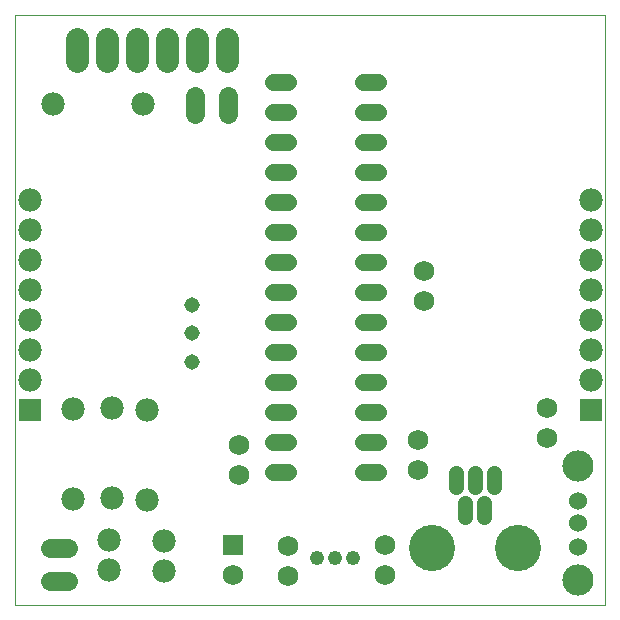
<source format=gbs>
G75*
%MOIN*%
%OFA0B0*%
%FSLAX25Y25*%
%IPPOS*%
%LPD*%
%AMOC8*
5,1,8,0,0,1.08239X$1,22.5*
%
%ADD10C,0.00000*%
%ADD11C,0.06900*%
%ADD12R,0.06900X0.06900*%
%ADD13C,0.15400*%
%ADD14C,0.05156*%
%ADD15C,0.07800*%
%ADD16C,0.07800*%
%ADD17C,0.05600*%
%ADD18C,0.05156*%
%ADD19C,0.06400*%
%ADD20C,0.06000*%
%ADD21C,0.10400*%
%ADD22C,0.04900*%
%ADD23R,0.07800X0.07800*%
D10*
X0001008Y0003937D02*
X0001008Y0200787D01*
X0197859Y0200787D01*
X0197859Y0003937D01*
X0001008Y0003937D01*
D11*
X0073843Y0014055D03*
X0092189Y0013701D03*
X0092189Y0023701D03*
X0075674Y0047205D03*
X0075674Y0057205D03*
X0124394Y0024016D03*
X0124394Y0014016D03*
X0135497Y0048858D03*
X0135497Y0058858D03*
X0178528Y0059764D03*
X0178528Y0069764D03*
X0137465Y0105276D03*
X0137465Y0115276D03*
D12*
X0073843Y0024055D03*
D13*
X0139985Y0022992D03*
X0168725Y0022992D03*
D14*
X0157504Y0033394D02*
X0157504Y0038150D01*
X0154355Y0043268D02*
X0154355Y0048024D01*
X0148056Y0048024D02*
X0148056Y0043268D01*
X0151205Y0038150D02*
X0151205Y0033394D01*
X0160654Y0043268D02*
X0160654Y0048024D01*
D15*
X0071638Y0185316D02*
X0071638Y0192716D01*
X0061638Y0192716D02*
X0061638Y0185316D01*
X0051638Y0185316D02*
X0051638Y0192716D01*
X0041638Y0192716D02*
X0041638Y0185316D01*
X0031638Y0185316D02*
X0031638Y0192716D01*
X0021638Y0192716D02*
X0021638Y0185316D01*
D16*
X0013686Y0171102D03*
X0043686Y0171102D03*
X0006008Y0138937D03*
X0006008Y0128937D03*
X0006008Y0118937D03*
X0006008Y0108937D03*
X0006008Y0098937D03*
X0006008Y0088937D03*
X0006008Y0078937D03*
X0020536Y0069370D03*
X0033410Y0069528D03*
X0045221Y0069173D03*
X0045221Y0039173D03*
X0033410Y0039528D03*
X0020536Y0039370D03*
X0032544Y0025630D03*
X0032544Y0015630D03*
X0050851Y0015394D03*
X0050851Y0025394D03*
X0193008Y0078937D03*
X0193008Y0088937D03*
X0193008Y0098937D03*
X0193008Y0108937D03*
X0193008Y0118937D03*
X0193008Y0128937D03*
X0193008Y0138937D03*
D17*
X0122230Y0138189D02*
X0117030Y0138189D01*
X0117030Y0148189D02*
X0122230Y0148189D01*
X0122230Y0158189D02*
X0117030Y0158189D01*
X0117030Y0168189D02*
X0122230Y0168189D01*
X0122230Y0178189D02*
X0117030Y0178189D01*
X0092230Y0178189D02*
X0087030Y0178189D01*
X0087030Y0168189D02*
X0092230Y0168189D01*
X0092230Y0158189D02*
X0087030Y0158189D01*
X0087030Y0148189D02*
X0092230Y0148189D01*
X0092230Y0138189D02*
X0087030Y0138189D01*
X0087030Y0128189D02*
X0092230Y0128189D01*
X0092230Y0118189D02*
X0087030Y0118189D01*
X0087030Y0108189D02*
X0092230Y0108189D01*
X0092230Y0098189D02*
X0087030Y0098189D01*
X0087030Y0088189D02*
X0092230Y0088189D01*
X0092230Y0078189D02*
X0087030Y0078189D01*
X0087030Y0068189D02*
X0092230Y0068189D01*
X0092230Y0058189D02*
X0087030Y0058189D01*
X0087030Y0048189D02*
X0092230Y0048189D01*
X0117030Y0048189D02*
X0122230Y0048189D01*
X0122230Y0058189D02*
X0117030Y0058189D01*
X0117030Y0068189D02*
X0122230Y0068189D01*
X0122230Y0078189D02*
X0117030Y0078189D01*
X0117030Y0088189D02*
X0122230Y0088189D01*
X0122230Y0098189D02*
X0117030Y0098189D01*
X0117030Y0108189D02*
X0122230Y0108189D01*
X0122230Y0118189D02*
X0117030Y0118189D01*
X0117030Y0128189D02*
X0122230Y0128189D01*
D18*
X0060064Y0103988D03*
X0060064Y0094594D03*
X0060064Y0084988D03*
D19*
X0018851Y0022862D02*
X0012851Y0022862D01*
X0012851Y0011862D02*
X0018851Y0011862D01*
X0061138Y0167591D02*
X0061138Y0173591D01*
X0072138Y0173591D02*
X0072138Y0167591D01*
D20*
X0188843Y0038780D03*
X0188843Y0031299D03*
X0188843Y0023425D03*
D21*
X0188843Y0012402D03*
X0188843Y0050197D03*
D22*
X0113701Y0019724D03*
X0107701Y0019724D03*
X0101701Y0019724D03*
D23*
X0193008Y0068937D03*
X0006008Y0068937D03*
M02*

</source>
